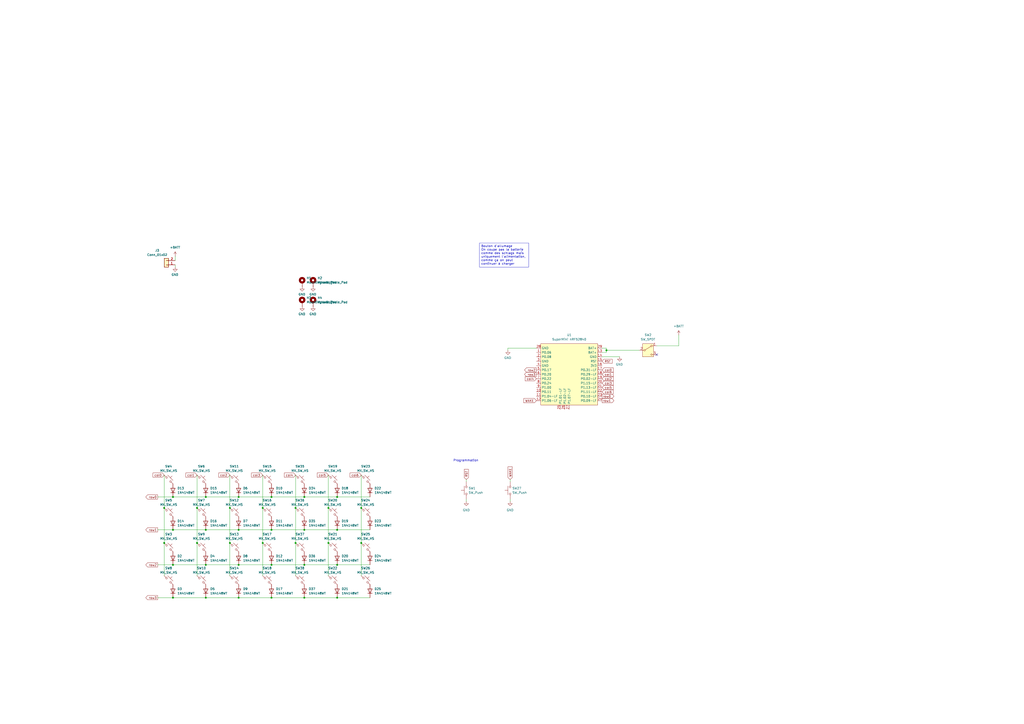
<source format=kicad_sch>
(kicad_sch (version 20231120) (generator "eeschema") (generator_version "8.0")
  (paper "A2")
  (lib_symbols
    (symbol "Connector_Generic:Conn_01x02" (pin_names (offset 1.016) hide)
      (property "Reference" "J" (at 0 2.54 0))
      (property "Value" "Conn_01x02" (at 0 -5.08 0))
      (symbol "Conn_01x02_1_1"
        (rectangle (start -1.27 -2.413) (end 0 -2.667) (stroke (width 0.1524)))
        (rectangle (start -1.27 0.127) (end 0 -0.127) (stroke (width 0.1524)))
        (rectangle (start -1.27 1.27) (end 1.27 -3.81) (stroke (width 0.254)) (fill (type background)))
        (pin passive line (at -5.08 0 0) (length 3.81) (name "Pin_1") (number "1"))
        (pin passive line (at -5.08 -2.54 0) (length 3.81) (name "Pin_2") (number "2"))
      )
    )
    (symbol "Diode:1N4148WT" (pin_numbers hide) (pin_names hide)
      (property "Reference" "D" (at 0 2.54 0))
      (property "Value" "1N4148WT" (at 0 -2.54 0))
      (symbol "1N4148WT_0_1"
        (polyline (pts (xy -1.27 1.27) (xy -1.27 -1.27)) (stroke (width 0.254)))
        (polyline (pts (xy 1.27 0) (xy -1.27 0)))
        (polyline (pts (xy 1.27 1.27) (xy 1.27 -1.27) (xy -1.27 0) (xy 1.27 1.27)) (stroke (width 0.254)))
      )
      (symbol "1N4148WT_1_1"
        (pin passive line (at -3.81 0 0) (length 2.54) (name "K") (number "1"))
        (pin passive line (at 3.81 0 180) (length 2.54) (name "A") (number "2"))
      )
    )
    (symbol "Mechanical:MountingHole_Pad" (pin_numbers hide) (pin_names (offset 1.016) hide) (exclude_from_sim yes) (in_bom no)
      (property "Reference" "H" (at 0 6.35 0))
      (property "Value" "MountingHole_Pad" (at 0 4.445 0))
      (symbol "MountingHole_Pad_0_1"
        (circle (center 0 1.27) (radius 1.27) (stroke (width 1.27)))
      )
      (symbol "MountingHole_Pad_1_1"
        (pin input line (at 0 -2.54 90) (length 2.54) (name "1") (number "1"))
      )
    )
    (symbol "PCM_marbastlib-mx:MX_SW_HS" (pin_numbers hide) (pin_names (offset 1.016) hide)
      (property "Reference" "MX" (at 3.048 1.016 0))
      (property "Value" "MX_SW_HS" (at 0 -3.81 0))
      (symbol "MX_SW_HS_0_1"
        (circle (center -1.1684 1.1684) (radius 0.508))
        (polyline (pts (xy -0.508 2.54) (xy 2.54 -0.508)))
        (polyline (pts (xy 1.016 1.016) (xy 2.032 2.032)))
        (polyline (pts (xy -2.54 2.54) (xy -1.524 1.524) (xy -1.524 1.524)))
        (polyline (pts (xy 1.524 -1.524) (xy 2.54 -2.54) (xy 2.54 -2.54) (xy 2.54 -2.54)))
        (circle (center 1.143 -1.1938) (radius 0.508))
        (pin passive line (at -2.54 2.54 0) (length 0) (name "1") (number "1"))
        (pin passive line (at 2.54 -2.54 180) (length 0) (name "2") (number "2"))
      )
    )
    (symbol "PCM_marbastlib-promicroish:SuperMini_nRF52840" (in_bom no)
      (property "Reference" "U" (at 0 22.86 0))
      (property "Value" "SuperMini nRF52840" (at 0 20.32 0))
      (symbol "SuperMini_nRF52840_0_0"
        (pin bidirectional line (at -19.05 13.97 0) (length 2.54) (name "P0.06") (number "1"))
        (pin bidirectional line (at -19.05 -8.89 0) (length 2.54) (name "P0.11") (number "10"))
        (pin bidirectional line (at -19.05 -11.43 0) (length 2.54) (name "P1.04-LF") (number "11"))
        (pin bidirectional line (at -19.05 -13.97 0) (length 2.54) (name "P1.06-LF") (number "12"))
        (pin power_out line (at 19.05 11.43 180) (length 2.54) (name "GND") (number "14"))
        (pin bidirectional line (at 19.05 8.89 180) (length 2.54) (name "RST") (number "15"))
        (pin bidirectional line (at 19.05 3.81 180) (length 2.54) (name "P0.31-LF") (number "17"))
        (pin bidirectional line (at 19.05 1.27 180) (length 2.54) (name "P0.29-LF") (number "18"))
        (pin bidirectional line (at 19.05 -1.27 180) (length 2.54) (name "P0.02-LF") (number "19"))
        (pin bidirectional line (at -19.05 11.43 0) (length 2.54) (name "P0.08") (number "2"))
        (pin bidirectional line (at 19.05 -3.81 180) (length 2.54) (name "P1.15-LF") (number "20"))
        (pin bidirectional line (at 19.05 -6.35 180) (length 2.54) (name "P1.13-LF") (number "21"))
        (pin bidirectional line (at 19.05 -8.89 180) (length 2.54) (name "P1.11-LF") (number "22"))
        (pin bidirectional line (at 19.05 -13.97 180) (length 2.54) (name "P0.09-LF") (number "24"))
        (pin power_out line (at -19.05 8.89 0) (length 2.54) (name "GND") (number "3"))
        (pin power_out line (at -19.05 6.35 0) (length 2.54) (name "GND") (number "4"))
        (pin bidirectional line (at -19.05 3.81 0) (length 2.54) (name "P0.17") (number "5"))
        (pin bidirectional line (at -19.05 1.27 0) (length 2.54) (name "P0.20") (number "6"))
        (pin bidirectional line (at -19.05 -1.27 0) (length 2.54) (name "P0.22") (number "7"))
        (pin bidirectional line (at -19.05 -3.81 0) (length 2.54) (name "P0.24") (number "8"))
        (pin bidirectional line (at -19.05 -6.35 0) (length 2.54) (name "P1.00") (number "9"))
      )
      (symbol "SuperMini_nRF52840_1_0"
        (pin power_out line (at 19.05 13.97 180) (length 2.54) (name "BAT+") (number "13"))
        (pin power_out line (at 19.05 6.35 180) (length 2.54) (name "3V3") (number "16"))
        (pin bidirectional line (at 19.05 -11.43 180) (length 2.54) (name "P0.10-LF") (number "23"))
        (pin bidirectional line (at -5.08 -19.05 90) (length 2.54) (name "P1.01-LF") (number "25"))
        (pin bidirectional line (at -2.54 -19.05 90) (length 2.54) (name "P1.02-LF") (number "26"))
        (pin bidirectional line (at 0 -19.05 90) (length 2.54) (name "P1.07-LF") (number "27"))
        (pin power_out line (at -19.05 16.51 0) (length 2.54) (name "GND") (number "28"))
        (pin power_out line (at 19.05 16.51 180) (length 2.54) (name "BAT+") (number "29"))
      )
      (symbol "SuperMini_nRF52840_1_1"
        (rectangle (start -16.51 19.05) (end 16.51 -16.51) (fill (type background)))
      )
    )
    (symbol "Switch:SW_Push" (pin_numbers hide) (pin_names (offset 1.016) hide)
      (property "Reference" "SW" (at 1.27 2.54 0))
      (property "Value" "SW_Push" (at 0 -1.524 0))
      (symbol "SW_Push_0_1"
        (circle (center -2.032 0) (radius 0.508))
        (polyline (pts (xy 0 1.27) (xy 0 3.048)))
        (polyline (pts (xy 2.54 1.27) (xy -2.54 1.27)))
        (circle (center 2.032 0) (radius 0.508))
        (pin passive line (at -5.08 0 0) (length 2.54) (name "1") (number "1"))
        (pin passive line (at 5.08 0 180) (length 2.54) (name "2") (number "2"))
      )
    )
    (symbol "Switch:SW_SPDT" (pin_names (offset 0) hide)
      (property "Reference" "SW" (at 0 5.08 0))
      (property "Value" "SW_SPDT" (at 0 -5.08 0))
      (symbol "SW_SPDT_0_1"
        (circle (center -2.032 0) (radius 0.4572))
        (polyline (pts (xy -1.651 0.254) (xy 1.651 2.286)))
        (circle (center 2.032 -2.54) (radius 0.4572))
        (circle (center 2.032 2.54) (radius 0.4572))
      )
      (symbol "SW_SPDT_1_1"
        (rectangle (start -3.175 3.81) (end 3.175 -3.81) (fill (type background)))
        (pin passive line (at 5.08 2.54 180) (length 2.54) (name "A") (number "1"))
        (pin passive line (at -5.08 0 0) (length 2.54) (name "B") (number "2"))
        (pin passive line (at 5.08 -2.54 180) (length 2.54) (name "C") (number "3"))
      )
    )
    (symbol "power:+BATT" (power) (pin_numbers hide) (pin_names (offset 0) hide)
      (property "Value" "+BATT" (at 0 3.556 0))
      (symbol "+BATT_0_1"
        (polyline (pts (xy -0.762 1.27) (xy 0 2.54)))
        (polyline (pts (xy 0 0) (xy 0 2.54)))
        (polyline (pts (xy 0 2.54) (xy 0.762 1.27)))
      )
      (symbol "+BATT_1_1"
        (pin power_in line (at 0 0 90) (length 0) (name "~") (number "1"))
      )
    )
    (symbol "power:GND" (power) (pin_numbers hide) (pin_names (offset 0) hide)
      (property "Value" "GND" (at 0 -3.81 0))
      (symbol "GND_0_1"
        (polyline (pts (xy 0 0) (xy 0 -1.27) (xy 1.27 -1.27) (xy 0 -2.54) (xy -1.27 -1.27) (xy 0 -1.27)))
      )
      (symbol "GND_1_1"
        (pin power_in line (at 0 0 270) (length 0) (name "~") (number "1"))
      )
    )
  )
  (junction (at 100.33 288.29))
  (junction (at 100.33 346.71))
  (junction (at 138.43 288.29))
  (junction (at 133.35 294.64))
  (junction (at 133.35 314.96))
  (junction (at 152.4 294.64))
  (junction (at 138.43 307.34))
  (junction (at 176.53 327.66))
  (junction (at 176.53 307.34))
  (junction (at 100.33 327.66))
  (junction (at 138.43 327.66))
  (junction (at 351.79 203.2))
  (junction (at 171.45 314.96))
  (junction (at 209.55 314.96))
  (junction (at 95.25 314.96))
  (junction (at 157.48 288.29))
  (junction (at 195.58 288.29))
  (junction (at 114.3 314.96))
  (junction (at 114.3 294.64))
  (junction (at 195.58 307.34))
  (junction (at 157.48 307.34))
  (junction (at 171.45 294.64))
  (junction (at 176.53 288.29))
  (junction (at 195.58 346.71))
  (junction (at 190.5 294.64))
  (junction (at 209.55 294.64))
  (junction (at 176.53 346.71))
  (junction (at 95.25 294.64))
  (junction (at 190.5 314.96))
  (junction (at 100.33 307.34))
  (junction (at 157.48 346.71))
  (junction (at 157.48 327.66))
  (junction (at 119.38 346.71))
  (junction (at 119.38 307.34))
  (junction (at 195.58 327.66))
  (junction (at 119.38 288.29))
  (junction (at 138.43 346.71))
  (junction (at 119.38 327.66))
  (junction (at 152.4 314.96))
  (no_connect (at 381 205.74))
  (wire (pts (xy 171.45 314.96) (xy 171.45 334.01)))
  (wire (pts (xy 133.35 294.64) (xy 133.35 314.96)))
  (wire (pts (xy 100.33 288.29) (xy 119.38 288.29)))
  (wire (pts (xy 351.79 201.93) (xy 349.25 201.93)))
  (wire (pts (xy 311.15 201.93) (xy 294.64 201.93)))
  (wire (pts (xy 195.58 346.71) (xy 214.63 346.71)))
  (wire (pts (xy 100.33 307.34) (xy 119.38 307.34)))
  (wire (pts (xy 195.58 327.66) (xy 214.63 327.66)))
  (wire (pts (xy 119.38 327.66) (xy 138.43 327.66)))
  (wire (pts (xy 270.51 290.83) (xy 270.51 289.56)))
  (wire (pts (xy 351.79 203.2) (xy 351.79 204.47)))
  (wire (pts (xy 190.5 294.64) (xy 190.5 314.96)))
  (wire (pts (xy 152.4 275.59) (xy 152.4 294.64)))
  (wire (pts (xy 349.25 207.01) (xy 359.41 207.01)))
  (wire (pts (xy 195.58 288.29) (xy 214.63 288.29)))
  (wire (pts (xy 95.25 294.64) (xy 95.25 314.96)))
  (wire (pts (xy 119.38 346.71) (xy 138.43 346.71)))
  (wire (pts (xy 393.7 200.66) (xy 381 200.66)))
  (wire (pts (xy 393.7 194.31) (xy 393.7 200.66)))
  (wire (pts (xy 91.44 288.29) (xy 100.33 288.29)))
  (wire (pts (xy 171.45 294.64) (xy 171.45 314.96)))
  (wire (pts (xy 119.38 307.34) (xy 138.43 307.34)))
  (wire (pts (xy 270.51 278.13) (xy 270.51 279.4)))
  (wire (pts (xy 295.91 278.13) (xy 295.91 279.4)))
  (wire (pts (xy 176.53 346.71) (xy 195.58 346.71)))
  (wire (pts (xy 351.79 203.2) (xy 370.84 203.2)))
  (wire (pts (xy 190.5 275.59) (xy 190.5 294.64)))
  (wire (pts (xy 138.43 288.29) (xy 157.48 288.29)))
  (wire (pts (xy 114.3 314.96) (xy 114.3 334.01)))
  (wire (pts (xy 157.48 327.66) (xy 176.53 327.66)))
  (wire (pts (xy 152.4 294.64) (xy 152.4 314.96)))
  (wire (pts (xy 209.55 294.64) (xy 209.55 314.96)))
  (wire (pts (xy 91.44 307.34) (xy 100.33 307.34)))
  (wire (pts (xy 171.45 275.59) (xy 171.45 294.64)))
  (wire (pts (xy 157.48 346.71) (xy 176.53 346.71)))
  (wire (pts (xy 176.53 307.34) (xy 195.58 307.34)))
  (wire (pts (xy 95.25 314.96) (xy 95.25 334.01)))
  (wire (pts (xy 91.44 346.71) (xy 100.33 346.71)))
  (wire (pts (xy 157.48 307.34) (xy 176.53 307.34)))
  (wire (pts (xy 209.55 314.96) (xy 209.55 334.01)))
  (wire (pts (xy 157.48 288.29) (xy 176.53 288.29)))
  (wire (pts (xy 133.35 314.96) (xy 133.35 334.01)))
  (wire (pts (xy 351.79 201.93) (xy 351.79 203.2)))
  (wire (pts (xy 195.58 307.34) (xy 214.63 307.34)))
  (wire (pts (xy 295.91 290.83) (xy 295.91 289.56)))
  (wire (pts (xy 176.53 327.66) (xy 195.58 327.66)))
  (wire (pts (xy 152.4 314.96) (xy 152.4 334.01)))
  (wire (pts (xy 101.6 153.67) (xy 101.6 154.94)))
  (wire (pts (xy 138.43 327.66) (xy 157.48 327.66)))
  (wire (pts (xy 100.33 327.66) (xy 119.38 327.66)))
  (wire (pts (xy 190.5 314.96) (xy 190.5 334.01)))
  (wire (pts (xy 349.25 204.47) (xy 351.79 204.47)))
  (wire (pts (xy 209.55 275.59) (xy 209.55 294.64)))
  (wire (pts (xy 176.53 288.29) (xy 195.58 288.29)))
  (wire (pts (xy 101.6 148.59) (xy 101.6 151.13)))
  (wire (pts (xy 91.44 327.66) (xy 100.33 327.66)))
  (wire (pts (xy 138.43 307.34) (xy 157.48 307.34)))
  (wire (pts (xy 133.35 275.59) (xy 133.35 294.64)))
  (wire (pts (xy 114.3 275.59) (xy 114.3 294.64)))
  (wire (pts (xy 119.38 288.29) (xy 138.43 288.29)))
  (wire (pts (xy 95.25 275.59) (xy 95.25 294.64)))
  (wire (pts (xy 138.43 346.71) (xy 157.48 346.71)))
  (wire (pts (xy 294.64 201.93) (xy 294.64 203.2)))
  (wire (pts (xy 114.3 294.64) (xy 114.3 314.96)))
  (wire (pts (xy 100.33 346.71) (xy 119.38 346.71)))
  (text_box "Bouton d'allumage\nOn coupe pas la batterie comme des schlags mais uniquement l'alimentation, comme ça on peut continuer à charger" (at 278.13 140.97 0) (size 28.575 13.97) (effects (font (size 1.27 1.27)) (justify left top)))
  (text "Programmation" (at 270.256 267.208 0) (effects (font (size 1.27 1.27))))
  (global_label "row3" (shape output) (at 311.15 217.17 180) (property "Intersheetrefs" "${INTERSHEET_REFS}" (effects (hide yes))))
  (global_label "col5" (shape input) (at 190.5 275.59 180) (property "Intersheetrefs" "${INTERSHEET_REFS}" (effects (hide yes))))
  (global_label "row0" (shape output) (at 349.25 229.87 0) (property "Intersheetrefs" "${INTERSHEET_REFS}" (effects (hide yes))))
  (global_label "col3" (shape input) (at 349.25 222.25 0) (property "Intersheetrefs" "${INTERSHEET_REFS}" (effects (hide yes))))
  (global_label "col0" (shape input) (at 95.25 275.59 180) (property "Intersheetrefs" "${INTERSHEET_REFS}" (effects (hide yes))))
  (global_label "col2" (shape input) (at 349.25 219.71 0) (property "Intersheetrefs" "${INTERSHEET_REFS}" (effects (hide yes))))
  (global_label "row0" (shape output) (at 91.44 288.29 180) (property "Intersheetrefs" "${INTERSHEET_REFS}" (effects (hide yes))))
  (global_label "row1" (shape output) (at 91.44 307.34 180) (property "Intersheetrefs" "${INTERSHEET_REFS}" (effects (hide yes))))
  (global_label "col0" (shape input) (at 349.25 214.63 0) (property "Intersheetrefs" "${INTERSHEET_REFS}" (effects (hide yes))))
  (global_label "col6" (shape input) (at 209.55 275.59 180) (property "Intersheetrefs" "${INTERSHEET_REFS}" (effects (hide yes))))
  (global_label "row2" (shape output) (at 311.15 214.63 180) (property "Intersheetrefs" "${INTERSHEET_REFS}" (effects (hide yes))))
  (global_label "WAKE" (shape input) (at 311.15 232.41 180) (property "Intersheetrefs" "${INTERSHEET_REFS}" (effects (hide yes))))
  (global_label "row2" (shape output) (at 91.44 327.66 180) (property "Intersheetrefs" "${INTERSHEET_REFS}" (effects (hide yes))))
  (global_label "RST" (shape input) (at 270.51 278.13 90) (property "Intersheetrefs" "${INTERSHEET_REFS}" (effects (hide yes))))
  (global_label "col6" (shape input) (at 349.25 227.33 0) (property "Intersheetrefs" "${INTERSHEET_REFS}" (effects (hide yes))))
  (global_label "row1" (shape output) (at 349.25 232.41 0) (property "Intersheetrefs" "${INTERSHEET_REFS}" (effects (hide yes))))
  (global_label "col5" (shape input) (at 349.25 224.79 0) (property "Intersheetrefs" "${INTERSHEET_REFS}" (effects (hide yes))))
  (global_label "RST" (shape input) (at 349.25 209.55 0) (property "Intersheetrefs" "${INTERSHEET_REFS}" (effects (hide yes))))
  (global_label "WAKE" (shape input) (at 295.91 278.13 90) (property "Intersheetrefs" "${INTERSHEET_REFS}" (effects (hide yes))))
  (global_label "col4" (shape input) (at 171.45 275.59 180) (property "Intersheetrefs" "${INTERSHEET_REFS}" (effects (hide yes))))
  (global_label "col2" (shape input) (at 133.35 275.59 180) (property "Intersheetrefs" "${INTERSHEET_REFS}" (effects (hide yes))))
  (global_label "col1" (shape input) (at 349.25 217.17 0) (property "Intersheetrefs" "${INTERSHEET_REFS}" (effects (hide yes))))
  (global_label "col4" (shape input) (at 311.15 219.71 180) (property "Intersheetrefs" "${INTERSHEET_REFS}" (effects (hide yes))))
  (global_label "col3" (shape input) (at 152.4 275.59 180) (property "Intersheetrefs" "${INTERSHEET_REFS}" (effects (hide yes))))
  (global_label "col1" (shape input) (at 114.3 275.59 180) (property "Intersheetrefs" "${INTERSHEET_REFS}" (effects (hide yes))))
  (global_label "row3" (shape output) (at 91.44 346.71 180) (property "Intersheetrefs" "${INTERSHEET_REFS}" (effects (hide yes))))
  (symbol (lib_id "PCM_marbastlib-mx:MX_SW_HS") (at 154.94 297.18 0) (unit 1)
    (property "Reference" "SW16" (at 154.94 290.195 0))
    (property "Value" "MX_SW_HS" (at 154.94 292.735 0))
    (property "Footprint" "PCM_marbastlib-mx:SW_MX_HS_CPG151101S11_1u" (effects (hide yes)))
  )
  (symbol (lib_id "power:+BATT") (at 393.7 194.31 0) (unit 1)
    (property "Reference" "#PWR04" (effects (hide yes)))
    (property "Value" "+BATT" (at 393.7 189.23 0))
    (property "Description" "Power symbol creates a global label with name \"+BATT\"" (effects (hide yes)))
  )
  (symbol (lib_id "PCM_marbastlib-mx:MX_SW_HS") (at 154.94 278.13 0) (unit 1)
    (property "Reference" "SW15" (at 154.94 270.51 0))
    (property "Value" "MX_SW_HS" (at 154.94 273.05 0))
    (property "Footprint" "PCM_marbastlib-mx:SW_MX_HS_CPG151101S11_1u" (effects (hide yes)))
  )
  (symbol (lib_id "PCM_marbastlib-mx:MX_SW_HS") (at 193.04 297.18 0) (unit 1)
    (property "Reference" "SW20" (at 193.04 290.195 0))
    (property "Value" "MX_SW_HS" (at 193.04 292.735 0))
    (property "Footprint" "PCM_marbastlib-mx:SW_MX_HS_CPG151101S11_1u" (effects (hide yes)))
  )
  (symbol (lib_id "Diode:1N4148WT") (at 176.53 323.85 90) (unit 1)
    (property "Reference" "D36" (at 179.07 322.5799 90) (effects (justify right)))
    (property "Value" "1N4148WT" (at 179.07 325.1199 90) (effects (justify right)))
    (property "Footprint" "Diode_SMD:D_SOD-523" (effects (hide yes)))
    (property "Datasheet" "https://www.diodes.com/assets/Datasheets/ds30396.pdf" (effects (hide yes)))
  )
  (symbol (lib_id "Diode:1N4148WT") (at 119.38 303.53 90) (unit 1)
    (property "Reference" "D16" (at 121.92 302.2599 90) (effects (justify right)))
    (property "Value" "1N4148WT" (at 121.92 304.7999 90) (effects (justify right)))
    (property "Footprint" "Diode_SMD:D_SOD-523" (effects (hide yes)))
    (property "Datasheet" "https://www.diodes.com/assets/Datasheets/ds30396.pdf" (effects (hide yes)))
  )
  (symbol (lib_id "Diode:1N4148WT") (at 176.53 303.53 90) (unit 1)
    (property "Reference" "D35" (at 179.07 302.2599 90) (effects (justify right)))
    (property "Value" "1N4148WT" (at 179.07 304.7999 90) (effects (justify right)))
    (property "Footprint" "Diode_SMD:D_SOD-523" (effects (hide yes)))
    (property "Datasheet" "https://www.diodes.com/assets/Datasheets/ds30396.pdf" (effects (hide yes)))
  )
  (symbol (lib_id "PCM_marbastlib-mx:MX_SW_HS") (at 212.09 336.55 0) (unit 1)
    (property "Reference" "SW26" (at 212.09 329.565 0))
    (property "Value" "MX_SW_HS" (at 212.09 332.105 0))
    (property "Footprint" "PCM_marbastlib-mx:SW_MX_HS_CPG151101S11_1u" (effects (hide yes)))
  )
  (symbol (lib_id "Diode:1N4148WT") (at 100.33 303.53 90) (unit 1)
    (property "Reference" "D14" (at 102.87 302.2599 90) (effects (justify right)))
    (property "Value" "1N4148WT" (at 102.87 304.7999 90) (effects (justify right)))
    (property "Footprint" "Diode_SMD:D_SOD-523" (effects (hide yes)))
    (property "Datasheet" "https://www.diodes.com/assets/Datasheets/ds30396.pdf" (effects (hide yes)))
  )
  (symbol (lib_id "PCM_marbastlib-mx:MX_SW_HS") (at 154.94 336.55 0) (unit 1)
    (property "Reference" "SW18" (at 154.94 329.565 0))
    (property "Value" "MX_SW_HS" (at 154.94 332.105 0))
    (property "Footprint" "PCM_marbastlib-mx:SW_MX_HS_CPG151101S11_1u" (effects (hide yes)))
  )
  (symbol (lib_id "Diode:1N4148WT") (at 119.38 342.9 90) (unit 1)
    (property "Reference" "D5" (at 121.92 341.6299 90) (effects (justify right)))
    (property "Value" "1N4148WT" (at 121.92 344.1699 90) (effects (justify right)))
    (property "Footprint" "Diode_SMD:D_SOD-523" (effects (hide yes)))
    (property "Datasheet" "https://www.diodes.com/assets/Datasheets/ds30396.pdf" (effects (hide yes)))
  )
  (symbol (lib_id "Diode:1N4148WT") (at 195.58 342.9 90) (unit 1)
    (property "Reference" "D21" (at 198.12 341.6299 90) (effects (justify right)))
    (property "Value" "1N4148WT" (at 198.12 344.1699 90) (effects (justify right)))
    (property "Footprint" "Diode_SMD:D_SOD-523" (effects (hide yes)))
    (property "Datasheet" "https://www.diodes.com/assets/Datasheets/ds30396.pdf" (effects (hide yes)))
  )
  (symbol (lib_id "PCM_marbastlib-mx:MX_SW_HS") (at 135.89 336.55 0) (unit 1)
    (property "Reference" "SW14" (at 135.89 329.565 0))
    (property "Value" "MX_SW_HS" (at 135.89 332.105 0))
    (property "Footprint" "PCM_marbastlib-mx:SW_MX_HS_CPG151101S11_1u" (effects (hide yes)))
  )
  (symbol (lib_id "Diode:1N4148WT") (at 138.43 342.9 90) (unit 1)
    (property "Reference" "D9" (at 140.97 341.6299 90) (effects (justify right)))
    (property "Value" "1N4148WT" (at 140.97 344.1699 90) (effects (justify right)))
    (property "Footprint" "Diode_SMD:D_SOD-523" (effects (hide yes)))
    (property "Datasheet" "https://www.diodes.com/assets/Datasheets/ds30396.pdf" (effects (hide yes)))
  )
  (symbol (lib_id "PCM_marbastlib-mx:MX_SW_HS") (at 193.04 317.5 0) (unit 1)
    (property "Reference" "SW21" (at 193.04 309.88 0))
    (property "Value" "MX_SW_HS" (at 193.04 312.42 0))
    (property "Footprint" "PCM_marbastlib-mx:SW_MX_HS_CPG151101S11_1u" (effects (hide yes)))
  )
  (symbol (lib_id "PCM_marbastlib-mx:MX_SW_HS") (at 97.79 317.5 0) (unit 1)
    (property "Reference" "SW3" (at 97.79 309.88 0))
    (property "Value" "MX_SW_HS" (at 97.79 312.42 0))
    (property "Footprint" "PCM_marbastlib-mx:SW_MX_HS_CPG151101S11_1u" (effects (hide yes)))
  )
  (symbol (lib_id "Diode:1N4148WT") (at 176.53 342.9 90) (unit 1)
    (property "Reference" "D37" (at 179.07 341.6299 90) (effects (justify right)))
    (property "Value" "1N4148WT" (at 179.07 344.1699 90) (effects (justify right)))
    (property "Footprint" "Diode_SMD:D_SOD-523" (effects (hide yes)))
    (property "Datasheet" "https://www.diodes.com/assets/Datasheets/ds30396.pdf" (effects (hide yes)))
  )
  (symbol (lib_id "PCM_marbastlib-mx:MX_SW_HS") (at 173.99 336.55 0) (unit 1)
    (property "Reference" "SW38" (at 173.99 329.565 0))
    (property "Value" "MX_SW_HS" (at 173.99 332.105 0))
    (property "Footprint" "PCM_marbastlib-mx:SW_MX_HS_CPG151101S11_1u" (effects (hide yes)))
  )
  (symbol (lib_id "power:GND") (at 295.91 290.83 0) (unit 1)
    (property "Reference" "#PWR01" (effects (hide yes)))
    (property "Value" "GND" (at 295.91 295.91 0))
    (property "Description" "Power symbol creates a global label with name \"GND\" , ground" (effects (hide yes)))
  )
  (symbol (lib_id "Mechanical:MountingHole_Pad") (at 175.26 175.26 0) (unit 1) (exclude_from_sim yes) (in_bom no)
    (property "Reference" "H3" (at 177.8 172.7199 0) (effects (justify left)))
    (property "Value" "MountingHole_Pad" (at 177.8 175.2599 0) (effects (justify left)))
    (property "Footprint" "MountingHole:MountingHole_3.2mm_M3_ISO7380_Pad" (effects (hide yes)))
    (property "Description" "Mounting Hole with connection" (effects (hide yes)))
  )
  (symbol (lib_id "Diode:1N4148WT") (at 157.48 303.53 90) (unit 1)
    (property "Reference" "D11" (at 160.02 302.2599 90) (effects (justify right)))
    (property "Value" "1N4148WT" (at 160.02 304.7999 90) (effects (justify right)))
    (property "Footprint" "Diode_SMD:D_SOD-523" (effects (hide yes)))
    (property "Datasheet" "https://www.diodes.com/assets/Datasheets/ds30396.pdf" (effects (hide yes)))
  )
  (symbol (lib_id "Mechanical:MountingHole_Pad") (at 175.26 163.83 0) (unit 1) (exclude_from_sim yes) (in_bom no)
    (property "Reference" "H1" (at 177.8 161.2899 0) (effects (justify left)))
    (property "Value" "MountingHole_Pad" (at 177.8 163.8299 0) (effects (justify left)))
    (property "Footprint" "MountingHole:MountingHole_3.2mm_M3_ISO7380_Pad" (effects (hide yes)))
    (property "Description" "Mounting Hole with connection" (effects (hide yes)))
  )
  (symbol (lib_id "PCM_marbastlib-mx:MX_SW_HS") (at 116.84 336.55 0) (unit 1)
    (property "Reference" "SW10" (at 116.84 329.565 0))
    (property "Value" "MX_SW_HS" (at 116.84 332.105 0))
    (property "Footprint" "PCM_marbastlib-mx:SW_MX_HS_CPG151101S11_1u" (effects (hide yes)))
  )
  (symbol (lib_id "Switch:SW_Push") (at 295.91 284.48 90) (unit 1)
    (property "Reference" "SW27" (at 297.18 283.2099 90) (effects (justify right)))
    (property "Value" "SW_Push" (at 297.18 285.7499 90) (effects (justify right)))
    (property "Footprint" "Button_Switch_THT:SW_PUSH_6mm_H5mm" (effects (hide yes)))
    (property "Description" "Push button switch, generic, two pins" (effects (hide yes)))
  )
  (symbol (lib_id "PCM_marbastlib-mx:MX_SW_HS") (at 116.84 317.5 0) (unit 1)
    (property "Reference" "SW9" (at 116.84 309.88 0))
    (property "Value" "MX_SW_HS" (at 116.84 312.42 0))
    (property "Footprint" "PCM_marbastlib-mx:SW_MX_HS_CPG151101S11_1u" (effects (hide yes)))
  )
  (symbol (lib_id "Diode:1N4148WT") (at 214.63 303.53 90) (unit 1)
    (property "Reference" "D23" (at 217.17 302.2599 90) (effects (justify right)))
    (property "Value" "1N4148WT" (at 217.17 304.7999 90) (effects (justify right)))
    (property "Footprint" "Diode_SMD:D_SOD-523" (effects (hide yes)))
    (property "Datasheet" "https://www.diodes.com/assets/Datasheets/ds30396.pdf" (effects (hide yes)))
  )
  (symbol (lib_id "PCM_marbastlib-mx:MX_SW_HS") (at 212.09 278.13 0) (unit 1)
    (property "Reference" "SW23" (at 212.09 270.51 0))
    (property "Value" "MX_SW_HS" (at 212.09 273.05 0))
    (property "Footprint" "PCM_marbastlib-mx:SW_MX_HS_CPG151101S11_1u" (effects (hide yes)))
  )
  (symbol (lib_id "PCM_marbastlib-mx:MX_SW_HS") (at 193.04 336.55 0) (unit 1)
    (property "Reference" "SW22" (at 193.04 329.565 0))
    (property "Value" "MX_SW_HS" (at 193.04 332.105 0))
    (property "Footprint" "PCM_marbastlib-mx:SW_MX_HS_CPG151101S11_1u" (effects (hide yes)))
  )
  (symbol (lib_id "PCM_marbastlib-mx:MX_SW_HS") (at 135.89 278.13 0) (unit 1)
    (property "Reference" "SW11" (at 135.89 270.51 0))
    (property "Value" "MX_SW_HS" (at 135.89 273.05 0))
    (property "Footprint" "PCM_marbastlib-mx:SW_MX_HS_CPG151101S11_1u" (effects (hide yes)))
  )
  (symbol (lib_id "PCM_marbastlib-mx:MX_SW_HS") (at 97.79 336.55 0) (unit 1)
    (property "Reference" "SW8" (at 97.79 329.565 0))
    (property "Value" "MX_SW_HS" (at 97.79 332.105 0))
    (property "Footprint" "PCM_marbastlib-mx:SW_MX_HS_CPG151101S11_1u" (effects (hide yes)))
  )
  (symbol (lib_id "Diode:1N4148WT") (at 119.38 323.85 90) (unit 1)
    (property "Reference" "D4" (at 121.92 322.5799 90) (effects (justify right)))
    (property "Value" "1N4148WT" (at 121.92 325.1199 90) (effects (justify right)))
    (property "Footprint" "Diode_SMD:D_SOD-523" (effects (hide yes)))
    (property "Datasheet" "https://www.diodes.com/assets/Datasheets/ds30396.pdf" (effects (hide yes)))
  )
  (symbol (lib_id "power:GND") (at 181.61 177.8 0) (mirror y) (unit 1)
    (property "Reference" "#PWR07" (effects (hide yes)))
    (property "Value" "GND" (at 181.483 182.1942 0))
  )
  (symbol (lib_id "Diode:1N4148WT") (at 157.48 342.9 90) (unit 1)
    (property "Reference" "D17" (at 160.02 341.6299 90) (effects (justify right)))
    (property "Value" "1N4148WT" (at 160.02 344.1699 90) (effects (justify right)))
    (property "Footprint" "Diode_SMD:D_SOD-523" (effects (hide yes)))
    (property "Datasheet" "https://www.diodes.com/assets/Datasheets/ds30396.pdf" (effects (hide yes)))
  )
  (symbol (lib_id "Diode:1N4148WT") (at 119.38 284.48 90) (unit 1)
    (property "Reference" "D15" (at 121.92 283.2099 90) (effects (justify right)))
    (property "Value" "1N4148WT" (at 121.92 285.7499 90) (effects (justify right)))
    (property "Footprint" "Diode_SMD:D_SOD-523" (effects (hide yes)))
    (property "Datasheet" "https://www.diodes.com/assets/Datasheets/ds30396.pdf" (effects (hide yes)))
  )
  (symbol (lib_id "power:GND") (at 175.26 166.37 0) (mirror y) (unit 1)
    (property "Reference" "#PWR03" (effects (hide yes)))
    (property "Value" "GND" (at 175.133 170.7642 0))
  )
  (symbol (lib_id "Diode:1N4148WT") (at 195.58 284.48 90) (unit 1)
    (property "Reference" "D18" (at 198.12 283.2099 90) (effects (justify right)))
    (property "Value" "1N4148WT" (at 198.12 285.7499 90) (effects (justify right)))
    (property "Footprint" "Diode_SMD:D_SOD-523" (effects (hide yes)))
    (property "Datasheet" "https://www.diodes.com/assets/Datasheets/ds30396.pdf" (effects (hide yes)))
  )
  (symbol (lib_id "PCM_marbastlib-mx:MX_SW_HS") (at 173.99 278.13 0) (unit 1)
    (property "Reference" "SW35" (at 173.99 270.51 0))
    (property "Value" "MX_SW_HS" (at 173.99 273.05 0))
    (property "Footprint" "PCM_marbastlib-mx:SW_MX_HS_CPG151101S11_1u" (effects (hide yes)))
  )
  (symbol (lib_id "Diode:1N4148WT") (at 100.33 284.48 90) (unit 1)
    (property "Reference" "D13" (at 102.87 283.2099 90) (effects (justify right)))
    (property "Value" "1N4148WT" (at 102.87 285.7499 90) (effects (justify right)))
    (property "Footprint" "Diode_SMD:D_SOD-523" (effects (hide yes)))
    (property "Datasheet" "https://www.diodes.com/assets/Datasheets/ds30396.pdf" (effects (hide yes)))
  )
  (symbol (lib_id "Diode:1N4148WT") (at 157.48 284.48 90) (unit 1)
    (property "Reference" "D10" (at 160.02 283.2099 90) (effects (justify right)))
    (property "Value" "1N4148WT" (at 160.02 285.7499 90) (effects (justify right)))
    (property "Footprint" "Diode_SMD:D_SOD-523" (effects (hide yes)))
    (property "Datasheet" "https://www.diodes.com/assets/Datasheets/ds30396.pdf" (effects (hide yes)))
  )
  (symbol (lib_id "Diode:1N4148WT") (at 138.43 284.48 90) (unit 1)
    (property "Reference" "D6" (at 140.97 283.2099 90) (effects (justify right)))
    (property "Value" "1N4148WT" (at 140.97 285.7499 90) (effects (justify right)))
    (property "Footprint" "Diode_SMD:D_SOD-523" (effects (hide yes)))
    (property "Datasheet" "https://www.diodes.com/assets/Datasheets/ds30396.pdf" (effects (hide yes)))
  )
  (symbol (lib_id "power:GND") (at 270.51 290.83 0) (unit 1)
    (property "Reference" "#PWR011" (effects (hide yes)))
    (property "Value" "GND" (at 270.51 295.91 0))
    (property "Description" "Power symbol creates a global label with name \"GND\" , ground" (effects (hide yes)))
  )
  (symbol (lib_id "PCM_marbastlib-mx:MX_SW_HS") (at 212.09 297.18 0) (unit 1)
    (property "Reference" "SW24" (at 212.09 290.195 0))
    (property "Value" "MX_SW_HS" (at 212.09 292.735 0))
    (property "Footprint" "PCM_marbastlib-mx:SW_MX_HS_CPG151101S11_1u" (effects (hide yes)))
  )
  (symbol (lib_id "power:GND") (at 181.61 166.37 0) (mirror y) (unit 1)
    (property "Reference" "#PWR05" (effects (hide yes)))
    (property "Value" "GND" (at 181.483 170.7642 0))
  )
  (symbol (lib_id "Mechanical:MountingHole_Pad") (at 181.61 175.26 0) (unit 1) (exclude_from_sim yes) (in_bom no)
    (property "Reference" "H4" (at 184.15 172.7199 0) (effects (justify left)))
    (property "Value" "MountingHole_Pad" (at 184.15 175.2599 0) (effects (justify left)))
    (property "Footprint" "MountingHole:MountingHole_3.2mm_M3_ISO7380_Pad" (effects (hide yes)))
    (property "Description" "Mounting Hole with connection" (effects (hide yes)))
  )
  (symbol (lib_id "Diode:1N4148WT") (at 195.58 303.53 90) (unit 1)
    (property "Reference" "D19" (at 198.12 302.2599 90) (effects (justify right)))
    (property "Value" "1N4148WT" (at 198.12 304.7999 90) (effects (justify right)))
    (property "Footprint" "Diode_SMD:D_SOD-523" (effects (hide yes)))
    (property "Datasheet" "https://www.diodes.com/assets/Datasheets/ds30396.pdf" (effects (hide yes)))
  )
  (symbol (lib_id "power:GND") (at 294.64 203.2 0) (mirror y) (unit 1)
    (property "Reference" "#PWR02" (effects (hide yes)))
    (property "Value" "GND" (at 294.513 207.5942 0))
  )
  (symbol (lib_id "Connector_Generic:Conn_01x02") (at 96.52 153.67 180) (unit 1)
    (property "Reference" "J3" (at 91.186 145.288 0))
    (property "Value" "Conn_01x02" (at 91.186 147.828 0))
    (property "Footprint" "Connector_JST:JST_XH_B2B-XH-AM_1x02_P2.50mm_Vertical" (effects (hide yes)))
    (property "Description" "Generic connector, single row, 01x02, script generated (kicad-library-utils/schlib/autogen/connector/)" (effects (hide yes)))
  )
  (symbol (lib_id "PCM_marbastlib-mx:MX_SW_HS") (at 97.79 297.18 0) (unit 1)
    (property "Reference" "SW5" (at 97.79 290.195 0))
    (property "Value" "MX_SW_HS" (at 97.79 292.735 0))
    (property "Footprint" "PCM_marbastlib-mx:SW_MX_HS_CPG151101S11_1u" (effects (hide yes)))
  )
  (symbol (lib_id "power:GND") (at 175.26 177.8 0) (mirror y) (unit 1)
    (property "Reference" "#PWR06" (effects (hide yes)))
    (property "Value" "GND" (at 175.133 182.1942 0))
  )
  (symbol (lib_id "PCM_marbastlib-mx:MX_SW_HS") (at 97.79 278.13 0) (unit 1)
    (property "Reference" "SW4" (at 97.79 270.51 0))
    (property "Value" "MX_SW_HS" (at 97.79 273.05 0))
    (property "Footprint" "PCM_marbastlib-mx:SW_MX_HS_CPG151101S11_1u" (effects (hide yes)))
  )
  (symbol (lib_id "PCM_marbastlib-mx:MX_SW_HS") (at 173.99 297.18 0) (unit 1)
    (property "Reference" "SW36" (at 173.99 290.195 0))
    (property "Value" "MX_SW_HS" (at 173.99 292.735 0))
    (property "Footprint" "PCM_marbastlib-mx:SW_MX_HS_CPG151101S11_1u" (effects (hide yes)))
  )
  (symbol (lib_id "Diode:1N4148WT") (at 176.53 284.48 90) (unit 1)
    (property "Reference" "D34" (at 179.07 283.2099 90) (effects (justify right)))
    (property "Value" "1N4148WT" (at 179.07 285.7499 90) (effects (justify right)))
    (property "Footprint" "Diode_SMD:D_SOD-523" (effects (hide yes)))
    (property "Datasheet" "https://www.diodes.com/assets/Datasheets/ds30396.pdf" (effects (hide yes)))
  )
  (symbol (lib_id "power:GND") (at 101.6 154.94 0) (mirror y) (unit 1)
    (property "Reference" "#PWR035" (effects (hide yes)))
    (property "Value" "GND" (at 101.473 159.3342 0))
  )
  (symbol (lib_id "Diode:1N4148WT") (at 138.43 303.53 90) (unit 1)
    (property "Reference" "D7" (at 140.97 302.2599 90) (effects (justify right)))
    (property "Value" "1N4148WT" (at 140.97 304.7999 90) (effects (justify right)))
    (property "Footprint" "Diode_SMD:D_SOD-523" (effects (hide yes)))
    (property "Datasheet" "https://www.diodes.com/assets/Datasheets/ds30396.pdf" (effects (hide yes)))
  )
  (symbol (lib_id "power:+BATT") (at 101.6 148.59 0) (mirror y) (unit 1)
    (property "Reference" "#PWR034" (effects (hide yes)))
    (property "Value" "+BATT" (at 101.6 143.51 0))
  )
  (symbol (lib_id "PCM_marbastlib-mx:MX_SW_HS") (at 193.04 278.13 0) (unit 1)
    (property "Reference" "SW19" (at 193.04 270.51 0))
    (property "Value" "MX_SW_HS" (at 193.04 273.05 0))
    (property "Footprint" "PCM_marbastlib-mx:SW_MX_HS_CPG151101S11_1u" (effects (hide yes)))
  )
  (symbol (lib_id "Diode:1N4148WT") (at 138.43 323.85 90) (unit 1)
    (property "Reference" "D8" (at 140.97 322.5799 90) (effects (justify right)))
    (property "Value" "1N4148WT" (at 140.97 325.1199 90) (effects (justify right)))
    (property "Footprint" "Diode_SMD:D_SOD-523" (effects (hide yes)))
    (property "Datasheet" "https://www.diodes.com/assets/Datasheets/ds30396.pdf" (effects (hide yes)))
  )
  (symbol (lib_id "PCM_marbastlib-mx:MX_SW_HS") (at 135.89 297.18 0) (unit 1)
    (property "Reference" "SW12" (at 135.89 290.195 0))
    (property "Value" "MX_SW_HS" (at 135.89 292.735 0))
    (property "Footprint" "PCM_marbastlib-mx:SW_MX_HS_CPG151101S11_1u" (effects (hide yes)))
  )
  (symbol (lib_id "Mechanical:MountingHole_Pad") (at 181.61 163.83 0) (unit 1) (exclude_from_sim yes) (in_bom no)
    (property "Reference" "H2" (at 184.15 161.2899 0) (effects (justify left)))
    (property "Value" "MountingHole_Pad" (at 184.15 163.8299 0) (effects (justify left)))
    (property "Footprint" "MountingHole:MountingHole_3.2mm_M3_ISO7380_Pad" (effects (hide yes)))
    (property "Description" "Mounting Hole with connection" (effects (hide yes)))
  )
  (symbol (lib_id "Diode:1N4148WT") (at 214.63 284.48 90) (unit 1)
    (property "Reference" "D22" (at 217.17 283.2099 90) (effects (justify right)))
    (property "Value" "1N4148WT" (at 217.17 285.7499 90) (effects (justify right)))
    (property "Footprint" "Diode_SMD:D_SOD-523" (effects (hide yes)))
    (property "Datasheet" "https://www.diodes.com/assets/Datasheets/ds30396.pdf" (effects (hide yes)))
  )
  (symbol (lib_id "PCM_marbastlib-mx:MX_SW_HS") (at 116.84 278.13 0) (unit 1)
    (property "Reference" "SW6" (at 116.84 270.51 0))
    (property "Value" "MX_SW_HS" (at 116.84 273.05 0))
    (property "Footprint" "PCM_marbastlib-mx:SW_MX_HS_CPG151101S11_1u" (effects (hide yes)))
  )
  (symbol (lib_id "PCM_marbastlib-mx:MX_SW_HS") (at 173.99 317.5 0) (unit 1)
    (property "Reference" "SW37" (at 173.99 309.88 0))
    (property "Value" "MX_SW_HS" (at 173.99 312.42 0))
    (property "Footprint" "PCM_marbastlib-mx:SW_MX_HS_CPG151101S11_1u" (effects (hide yes)))
  )
  (symbol (lib_id "Diode:1N4148WT") (at 157.48 323.85 90) (unit 1)
    (property "Reference" "D12" (at 160.02 322.5799 90) (effects (justify right)))
    (property "Value" "1N4148WT" (at 160.02 325.1199 90) (effects (justify right)))
    (property "Footprint" "Diode_SMD:D_SOD-523" (effects (hide yes)))
    (property "Datasheet" "https://www.diodes.com/assets/Datasheets/ds30396.pdf" (effects (hide yes)))
  )
  (symbol (lib_id "PCM_marbastlib-mx:MX_SW_HS") (at 135.89 317.5 0) (unit 1)
    (property "Reference" "SW13" (at 135.89 309.88 0))
    (property "Value" "MX_SW_HS" (at 135.89 312.42 0))
    (property "Footprint" "PCM_marbastlib-mx:SW_MX_HS_CPG151101S11_1u" (effects (hide yes)))
  )
  (symbol (lib_id "PCM_marbastlib-promicroish:SuperMini_nRF52840") (at 330.2 218.44 0) (unit 1) (in_bom no)
    (property "Reference" "U1" (at 330.2 194.31 0))
    (property "Value" "SuperMini nRF52840" (at 330.2 196.85 0))
    (property "Footprint" "PCM_marbastlib-xp-promicroish:SuperMini_nRF52840_AH_USBup" (effects (hide yes)))
    (property "Datasheet" "https://wiki.icbbuy.com/doku.php?id=developmentboard:nrf52840" (effects (hide yes)))
    (property "Description" "Symbol for an nicekeyboards nice!nano" (effects (hide yes)))
  )
  (symbol (lib_id "Switch:SW_Push") (at 270.51 284.48 90) (unit 1)
    (property "Reference" "SW1" (at 271.78 283.2099 90) (effects (justify right)))
    (property "Value" "SW_Push" (at 271.78 285.7499 90) (effects (justify right)))
    (property "Footprint" "Button_Switch_THT:SW_PUSH_6mm_H5mm" (effects (hide yes)))
    (property "Description" "Push button switch, generic, two pins" (effects (hide yes)))
  )
  (symbol (lib_id "Diode:1N4148WT") (at 195.58 323.85 90) (unit 1)
    (property "Reference" "D20" (at 198.12 322.5799 90) (effects (justify right)))
    (property "Value" "1N4148WT" (at 198.12 325.1199 90) (effects (justify right)))
    (property "Footprint" "Diode_SMD:D_SOD-523" (effects (hide yes)))
    (property "Datasheet" "https://www.diodes.com/assets/Datasheets/ds30396.pdf" (effects (hide yes)))
  )
  (symbol (lib_id "Switch:SW_SPDT") (at 375.92 203.2 0) (unit 1)
    (property "Reference" "SW2" (at 375.92 194.31 0))
    (property "Value" "SW_SPDT" (at 375.92 196.85 0))
    (property "Footprint" "Button_Switch_SMD:SW_SPDT_PCM12" (effects (hide yes)))
    (property "Description" "Switch, single pole double throw" (effects (hide yes)))
    (property "Field5" "https://www.aliexpress.us/item/4000685483225.html?spm=a2g0o.productlist.main.21.311a1e6ad1tHnW&algo_pvid=b741b0aa-f7c3-4d56-b329-d05f07d31aa0&algo_exp_id=b741b0aa-f7c3-4d56-b329-d05f07d31aa0-10&pdp_npi=4%40dis%21EUR%211.64%211.64%21%21%211.73%211.73%21%402103867617205166636786777e7d0c%2112000037044894570%21sea%21FR%21108341905%21&curPageLogUid=C15y6FIbApU7&utparam-url=scene%3Asearch%7Cquery_from%3A" (effects (hide yes)))
  )
  (symbol (lib_id "Diode:1N4148WT") (at 214.63 342.9 90) (unit 1)
    (property "Reference" "D25" (at 217.17 341.6299 90) (effects (justify right)))
    (property "Value" "1N4148WT" (at 217.17 344.1699 90) (effects (justify right)))
    (property "Footprint" "Diode_SMD:D_SOD-523" (effects (hide yes)))
    (property "Datasheet" "https://www.diodes.com/assets/Datasheets/ds30396.pdf" (effects (hide yes)))
  )
  (symbol (lib_id "PCM_marbastlib-mx:MX_SW_HS") (at 212.09 317.5 0) (unit 1)
    (property "Reference" "SW25" (at 212.09 309.88 0))
    (property "Value" "MX_SW_HS" (at 212.09 312.42 0))
    (property "Footprint" "PCM_marbastlib-mx:SW_MX_HS_CPG151101S11_1u" (effects (hide yes)))
  )
  (symbol (lib_id "PCM_marbastlib-mx:MX_SW_HS") (at 116.84 297.18 0) (unit 1)
    (property "Reference" "SW7" (at 116.84 290.195 0))
    (property "Value" "MX_SW_HS" (at 116.84 292.735 0))
    (property "Footprint" "PCM_marbastlib-mx:SW_MX_HS_CPG151101S11_1u" (effects (hide yes)))
  )
  (symbol (lib_id "Diode:1N4148WT") (at 100.33 323.85 90) (unit 1)
    (property "Reference" "D2" (at 102.87 322.5799 90) (effects (justify right)))
    (property "Value" "1N4148WT" (at 102.87 325.1199 90) (effects (justify right)))
    (property "Footprint" "Diode_SMD:D_SOD-523" (effects (hide yes)))
    (property "Datasheet" "https://www.diodes.com/assets/Datasheets/ds30396.pdf" (effects (hide yes)))
  )
  (symbol (lib_id "Diode:1N4148WT") (at 214.63 323.85 90) (unit 1)
    (property "Reference" "D24" (at 217.17 322.5799 90) (effects (justify right)))
    (property "Value" "1N4148WT" (at 217.17 325.1199 90) (effects (justify right)))
    (property "Footprint" "Diode_SMD:D_SOD-523" (effects (hide yes)))
    (property "Datasheet" "https://www.diodes.com/assets/Datasheets/ds30396.pdf" (effects (hide yes)))
  )
  (symbol (lib_id "PCM_marbastlib-mx:MX_SW_HS") (at 154.94 317.5 0) (unit 1)
    (property "Reference" "SW17" (at 154.94 309.88 0))
    (property "Value" "MX_SW_HS" (at 154.94 312.42 0))
    (property "Footprint" "PCM_marbastlib-mx:SW_MX_HS_CPG151101S11_1u" (effects (hide yes)))
  )
  (symbol (lib_id "Diode:1N4148WT") (at 100.33 342.9 90) (unit 1)
    (property "Reference" "D3" (at 102.87 341.6299 90) (effects (justify right)))
    (property "Value" "1N4148WT" (at 102.87 344.1699 90) (effects (justify right)))
    (property "Footprint" "Diode_SMD:D_SOD-523" (effects (hide yes)))
    (property "Datasheet" "https://www.diodes.com/assets/Datasheets/ds30396.pdf" (effects (hide yes)))
  )
  (symbol (lib_id "power:GND") (at 359.41 207.01 0) (mirror y) (unit 1)
    (property "Reference" "#PWR08" (effects (hide yes)))
    (property "Value" "GND" (at 359.283 211.4042 0))
  )
)
</source>
